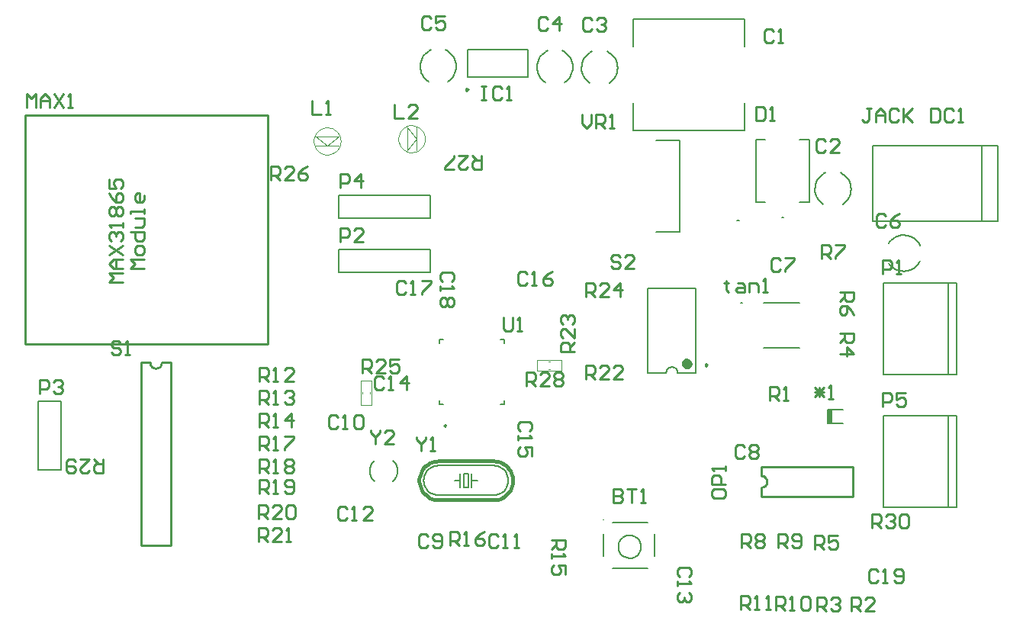
<source format=gbr>
G04*
G04 #@! TF.GenerationSoftware,Altium Limited,Altium Designer,22.4.2 (48)*
G04*
G04 Layer_Color=65535*
%FSLAX25Y25*%
%MOIN*%
G70*
G04*
G04 #@! TF.SameCoordinates,F61A7644-D23D-4A37-B683-A49046494346*
G04*
G04*
G04 #@! TF.FilePolarity,Positive*
G04*
G01*
G75*
%ADD10C,0.00787*%
%ADD11C,0.00984*%
%ADD12C,0.02362*%
%ADD13C,0.01000*%
%ADD14C,0.00600*%
%ADD15C,0.01600*%
%ADD16C,0.00400*%
%ADD17C,0.00500*%
%ADD18C,0.00700*%
%ADD19R,0.02165X0.06102*%
D10*
X185145Y83553D02*
X184555Y84144D01*
X183964Y83553D01*
X184555Y82963D01*
X185145Y83553D01*
X314347Y137246D02*
X313560D01*
X314347D01*
X286084Y106783D02*
X285893Y107740D01*
X285351Y108551D01*
X284540Y109093D01*
X283584Y109283D01*
X282627Y109093D01*
X281816Y108551D01*
X281274Y107740D01*
X281084Y106783D01*
X392004Y162286D02*
X391535Y163161D01*
X390959Y163970D01*
X390287Y164701D01*
X389527Y165341D01*
X388694Y165880D01*
X387799Y166310D01*
X386857Y166624D01*
X385882Y166817D01*
X384892Y166886D01*
X383900Y166829D01*
X382924Y166648D01*
X381978Y166346D01*
X381078Y165927D01*
X380238Y165398D01*
X379470Y164768D01*
X378789Y164046D01*
X378203Y163244D01*
Y154779D02*
X378789Y153977D01*
X379470Y153255D01*
X380238Y152625D01*
X381078Y152096D01*
X381978Y151677D01*
X382924Y151375D01*
X383900Y151194D01*
X384892Y151138D01*
X385882Y151207D01*
X386857Y151400D01*
X387799Y151714D01*
X388694Y152144D01*
X389527Y152683D01*
X390287Y153323D01*
X390959Y154053D01*
X391535Y154862D01*
X392004Y155737D01*
X161660Y59234D02*
X162384Y59988D01*
X162969Y60855D01*
X163397Y61809D01*
X163656Y62822D01*
X163738Y63864D01*
X163642Y64905D01*
X163369Y65914D01*
X162927Y66862D01*
X162331Y67721D01*
X161596Y68465D01*
X153676Y68425D02*
X152942Y67681D01*
X152345Y66823D01*
X151904Y65875D01*
X151631Y64866D01*
X151534Y63825D01*
X151616Y62783D01*
X151875Y61770D01*
X152303Y60816D01*
X152888Y59949D01*
X153612Y59195D01*
X248726Y247173D02*
X247851Y246704D01*
X247042Y246128D01*
X246311Y245456D01*
X245671Y244696D01*
X245132Y243862D01*
X244702Y242967D01*
X244388Y242025D01*
X244195Y241051D01*
X244127Y240061D01*
X244183Y239069D01*
X244364Y238093D01*
X244666Y237147D01*
X245085Y236247D01*
X245614Y235406D01*
X246244Y234639D01*
X246966Y233957D01*
X247768Y233372D01*
X256233D02*
X257035Y233957D01*
X257757Y234639D01*
X258387Y235406D01*
X258916Y236247D01*
X259335Y237147D01*
X259637Y238093D01*
X259818Y239069D01*
X259874Y240061D01*
X259805Y241051D01*
X259613Y242025D01*
X259299Y242967D01*
X258869Y243862D01*
X258329Y244696D01*
X257690Y245456D01*
X256959Y246128D01*
X256150Y246704D01*
X255275Y247173D01*
X229226Y247515D02*
X228351Y247046D01*
X227542Y246471D01*
X226811Y245798D01*
X226171Y245039D01*
X225632Y244205D01*
X225202Y243310D01*
X224888Y242368D01*
X224695Y241394D01*
X224627Y240403D01*
X224683Y239412D01*
X224864Y238436D01*
X225166Y237490D01*
X225585Y236589D01*
X226114Y235749D01*
X226744Y234982D01*
X227466Y234300D01*
X228268Y233715D01*
X236733D02*
X237535Y234300D01*
X238257Y234982D01*
X238887Y235749D01*
X239416Y236589D01*
X239835Y237490D01*
X240137Y238436D01*
X240318Y239412D01*
X240374Y240403D01*
X240305Y241394D01*
X240113Y242368D01*
X239799Y243310D01*
X239369Y244205D01*
X238829Y245039D01*
X238190Y245798D01*
X237459Y246471D01*
X236650Y247046D01*
X235775Y247515D01*
X312909Y173244D02*
X312122D01*
X312909D01*
X350726Y194173D02*
X349851Y193704D01*
X349042Y193128D01*
X348311Y192455D01*
X347671Y191696D01*
X347132Y190862D01*
X346702Y189967D01*
X346388Y189025D01*
X346195Y188051D01*
X346127Y187061D01*
X346183Y186069D01*
X346364Y185093D01*
X346666Y184147D01*
X347085Y183247D01*
X347614Y182406D01*
X348244Y181639D01*
X348966Y180957D01*
X349768Y180372D01*
X358233D02*
X359035Y180957D01*
X359757Y181639D01*
X360387Y182406D01*
X360916Y183247D01*
X361335Y184147D01*
X361637Y185093D01*
X361818Y186069D01*
X361874Y187061D01*
X361806Y188051D01*
X361613Y189025D01*
X361299Y189967D01*
X360869Y190862D01*
X360329Y191696D01*
X359690Y192455D01*
X358959Y193128D01*
X358150Y193704D01*
X357275Y194173D01*
X332394Y174539D02*
X331607D01*
X332394D01*
X178226Y247830D02*
X177351Y247361D01*
X176542Y246786D01*
X175811Y246113D01*
X175171Y245354D01*
X174632Y244520D01*
X174202Y243625D01*
X173888Y242683D01*
X173695Y241709D01*
X173626Y240718D01*
X173683Y239727D01*
X173864Y238750D01*
X174166Y237805D01*
X174585Y236904D01*
X175114Y236064D01*
X175744Y235297D01*
X176466Y234615D01*
X177268Y234029D01*
X185733D02*
X186535Y234615D01*
X187257Y235297D01*
X187887Y236064D01*
X188416Y236904D01*
X188835Y237805D01*
X189137Y238750D01*
X189318Y239727D01*
X189374Y240718D01*
X189305Y241709D01*
X189113Y242683D01*
X188799Y243625D01*
X188369Y244520D01*
X187829Y245354D01*
X187189Y246113D01*
X186459Y246786D01*
X185650Y247361D01*
X184775Y247830D01*
X194256Y235925D02*
X220634D01*
X194256Y248130D02*
X220634D01*
X194256Y235925D02*
Y248130D01*
X220634Y235925D02*
Y248130D01*
X294017Y106783D02*
Y143791D01*
X273151Y106783D02*
Y143791D01*
X286084Y106783D02*
X294017D01*
X273151D02*
X281084D01*
X273151Y143791D02*
X294017D01*
X266788Y249413D02*
Y261224D01*
X315213Y249413D02*
Y261224D01*
X266788Y212799D02*
Y224610D01*
X315213Y212799D02*
Y224610D01*
X266788Y261224D02*
X315213D01*
X266788Y212799D02*
X315213D01*
X16669Y64180D02*
Y94180D01*
X6669D02*
X16669D01*
X6669Y64180D02*
Y94180D01*
Y64180D02*
X16669D01*
X351653Y90731D02*
X358346D01*
X351653Y84629D02*
X358346D01*
X351653D02*
Y90731D01*
X138169Y174180D02*
Y184180D01*
X178169D01*
X138169Y174180D02*
X178169D01*
Y184180D01*
Y150750D02*
Y160750D01*
X138169Y150750D02*
X178169D01*
X138169Y160750D02*
X178169D01*
X138169Y150750D02*
Y160750D01*
D11*
X194552Y230512D02*
X193813Y230938D01*
Y230086D01*
X194552Y230512D01*
X299076Y110169D02*
X298338Y110595D01*
Y109743D01*
X299076Y110169D01*
D12*
X291261Y110720D02*
X290816Y111644D01*
X289817Y111872D01*
X289016Y111233D01*
Y110208D01*
X289817Y109569D01*
X290816Y109797D01*
X291261Y110720D01*
D13*
X55616Y111209D02*
X55807Y110252D01*
X56349Y109441D01*
X57160Y108899D01*
X58116Y108709D01*
X59073Y108899D01*
X59884Y109441D01*
X60426Y110252D01*
X60616Y111209D01*
X322669Y56680D02*
X323625Y56870D01*
X324436Y57412D01*
X324978Y58223D01*
X325169Y59180D01*
X324978Y60137D01*
X324436Y60948D01*
X323625Y61490D01*
X322669Y61680D01*
X1169Y219180D02*
X107169D01*
X1169Y119180D02*
Y219180D01*
Y119180D02*
X107169D01*
Y219180D01*
X51616Y31209D02*
Y111209D01*
Y31209D02*
X64616D01*
Y111209D01*
X60616D02*
X64616D01*
X51616D02*
X55616D01*
X322669Y52680D02*
X362669D01*
Y65680D01*
X322669D02*
X362669D01*
X322669Y61680D02*
Y65680D01*
Y52680D02*
Y56680D01*
X43571Y146180D02*
X37573D01*
X39572Y148179D01*
X37573Y150179D01*
X43571D01*
Y152178D02*
X39572D01*
X37573Y154177D01*
X39572Y156177D01*
X43571D01*
X40572D01*
Y152178D01*
X37573Y158176D02*
X43571Y162175D01*
X37573D02*
X43571Y158176D01*
X38572Y164174D02*
X37573Y165174D01*
Y167173D01*
X38572Y168173D01*
X39572D01*
X40572Y167173D01*
Y166174D01*
Y167173D01*
X41572Y168173D01*
X42571D01*
X43571Y167173D01*
Y165174D01*
X42571Y164174D01*
X43571Y170172D02*
Y172172D01*
Y171172D01*
X37573D01*
X38572Y170172D01*
Y175171D02*
X37573Y176170D01*
Y178170D01*
X38572Y179169D01*
X39572D01*
X40572Y178170D01*
X41572Y179169D01*
X42571D01*
X43571Y178170D01*
Y176170D01*
X42571Y175171D01*
X41572D01*
X40572Y176170D01*
X39572Y175171D01*
X38572D01*
X40572Y176170D02*
Y178170D01*
X37573Y185167D02*
X38572Y183168D01*
X40572Y181169D01*
X42571D01*
X43571Y182168D01*
Y184168D01*
X42571Y185167D01*
X41572D01*
X40572Y184168D01*
Y181169D01*
X37573Y191165D02*
Y187167D01*
X40572D01*
X39572Y189166D01*
Y190166D01*
X40572Y191165D01*
X42571D01*
X43571Y190166D01*
Y188166D01*
X42571Y187167D01*
X53169Y152178D02*
X47170D01*
X49170Y154177D01*
X47170Y156177D01*
X53169D01*
Y159176D02*
Y161175D01*
X52169Y162175D01*
X50169D01*
X49170Y161175D01*
Y159176D01*
X50169Y158176D01*
X52169D01*
X53169Y159176D01*
X47170Y168173D02*
X53169D01*
Y165174D01*
X52169Y164174D01*
X50169D01*
X49170Y165174D01*
Y168173D01*
Y170172D02*
X52169D01*
X53169Y171172D01*
Y174171D01*
X49170D01*
X53169Y176170D02*
Y178170D01*
Y177170D01*
X47170D01*
Y176170D01*
X53169Y184168D02*
Y182168D01*
X52169Y181169D01*
X50169D01*
X49170Y182168D01*
Y184168D01*
X50169Y185167D01*
X51169D01*
Y181169D01*
X34998Y69011D02*
Y63013D01*
X31999D01*
X30999Y64012D01*
Y66012D01*
X31999Y67011D01*
X34998D01*
X32998D02*
X30999Y69011D01*
X25001D02*
X29000D01*
X25001Y65012D01*
Y64012D01*
X26001Y63013D01*
X28000D01*
X29000Y64012D01*
X23002Y68011D02*
X22002Y69011D01*
X20003D01*
X19003Y68011D01*
Y64012D01*
X20003Y63013D01*
X22002D01*
X23002Y64012D01*
Y65012D01*
X22002Y66012D01*
X19003D01*
X220003Y101001D02*
Y106999D01*
X223002D01*
X224001Y105999D01*
Y104000D01*
X223002Y103000D01*
X220003D01*
X222002D02*
X224001Y101001D01*
X229999D02*
X226001D01*
X229999Y105000D01*
Y105999D01*
X229000Y106999D01*
X227000D01*
X226001Y105999D01*
X231999D02*
X232998Y106999D01*
X234998D01*
X235997Y105999D01*
Y105000D01*
X234998Y104000D01*
X235997Y103000D01*
Y102001D01*
X234998Y101001D01*
X232998D01*
X231999Y102001D01*
Y103000D01*
X232998Y104000D01*
X231999Y105000D01*
Y105999D01*
X232998Y104000D02*
X234998D01*
X375800Y92112D02*
Y98110D01*
X378799D01*
X379799Y97110D01*
Y95111D01*
X378799Y94111D01*
X375800D01*
X385797Y98110D02*
X381799D01*
Y95111D01*
X383798Y96110D01*
X384798D01*
X385797Y95111D01*
Y93111D01*
X384798Y92112D01*
X382798D01*
X381799Y93111D01*
X148500Y106612D02*
Y112610D01*
X151499D01*
X152499Y111610D01*
Y109611D01*
X151499Y108611D01*
X148500D01*
X150500D02*
X152499Y106612D01*
X158497D02*
X154499D01*
X158497Y110610D01*
Y111610D01*
X157498Y112610D01*
X155498D01*
X154499Y111610D01*
X164495Y112610D02*
X160496D01*
Y109611D01*
X162496Y110610D01*
X163496D01*
X164495Y109611D01*
Y107611D01*
X163496Y106612D01*
X161496D01*
X160496Y107611D01*
X307503Y147011D02*
Y146011D01*
X306504D01*
X308503D01*
X307503D01*
Y143012D01*
X308503Y142013D01*
X312502Y146011D02*
X314501D01*
X315501Y145012D01*
Y142013D01*
X312502D01*
X311502Y143012D01*
X312502Y144012D01*
X315501D01*
X317500Y142013D02*
Y146011D01*
X320499D01*
X321499Y145012D01*
Y142013D01*
X323498D02*
X325497D01*
X324498D01*
Y148011D01*
X323498Y147011D01*
X167502Y146011D02*
X166502Y147011D01*
X164503D01*
X163503Y146011D01*
Y142012D01*
X164503Y141013D01*
X166502D01*
X167502Y142012D01*
X169501Y141013D02*
X171500D01*
X170501D01*
Y147011D01*
X169501Y146011D01*
X174499Y147011D02*
X178498D01*
Y146011D01*
X174499Y142012D01*
Y141013D01*
X220502Y150011D02*
X219502Y151011D01*
X217502D01*
X216503Y150011D01*
Y146012D01*
X217502Y145013D01*
X219502D01*
X220502Y146012D01*
X222501Y145013D02*
X224500D01*
X223501D01*
Y151011D01*
X222501Y150011D01*
X231498Y151011D02*
X229499Y150011D01*
X227499Y148012D01*
Y146012D01*
X228499Y145013D01*
X230498D01*
X231498Y146012D01*
Y147012D01*
X230498Y148012D01*
X227499D01*
X331001Y156011D02*
X330001Y157011D01*
X328002D01*
X327002Y156011D01*
Y152012D01*
X328002Y151013D01*
X330001D01*
X331001Y152012D01*
X333000Y157011D02*
X336999D01*
Y156011D01*
X333000Y152012D01*
Y151013D01*
X315467Y74178D02*
X314468Y75178D01*
X312468D01*
X311469Y74178D01*
Y70180D01*
X312468Y69180D01*
X314468D01*
X315467Y70180D01*
X317467Y74178D02*
X318466Y75178D01*
X320466D01*
X321465Y74178D01*
Y73179D01*
X320466Y72179D01*
X321465Y71179D01*
Y70180D01*
X320466Y69180D01*
X318466D01*
X317467Y70180D01*
Y71179D01*
X318466Y72179D01*
X317467Y73179D01*
Y74178D01*
X318466Y72179D02*
X320466D01*
X152100Y81810D02*
Y80810D01*
X154100Y78811D01*
X156099Y80810D01*
Y81810D01*
X154100Y78811D02*
Y75812D01*
X162097D02*
X158098D01*
X162097Y79811D01*
Y80810D01*
X161098Y81810D01*
X159098D01*
X158098Y80810D01*
X172169Y78678D02*
Y77678D01*
X174168Y75679D01*
X176167Y77678D01*
Y78678D01*
X174168Y75679D02*
Y72680D01*
X178167D02*
X180166D01*
X179166D01*
Y78678D01*
X178167Y77678D01*
X244400Y219610D02*
Y215611D01*
X246400Y213612D01*
X248399Y215611D01*
Y219610D01*
X250398Y213612D02*
Y219610D01*
X253397D01*
X254397Y218610D01*
Y216611D01*
X253397Y215611D01*
X250398D01*
X252398D02*
X254397Y213612D01*
X256397D02*
X258396D01*
X257396D01*
Y219610D01*
X256397Y218610D01*
X210002Y131011D02*
Y126012D01*
X211001Y125013D01*
X213001D01*
X214000Y126012D01*
Y131011D01*
X216000Y125013D02*
X217999D01*
X217000D01*
Y131011D01*
X216000Y130011D01*
X261169Y157179D02*
X260169Y158179D01*
X258170D01*
X257170Y157179D01*
Y156180D01*
X258170Y155180D01*
X260169D01*
X261169Y154180D01*
Y153181D01*
X260169Y152181D01*
X258170D01*
X257170Y153181D01*
X267167Y152181D02*
X263168D01*
X267167Y156180D01*
Y157179D01*
X266167Y158179D01*
X264168D01*
X263168Y157179D01*
X42667Y119678D02*
X41668Y120678D01*
X39668D01*
X38669Y119678D01*
Y118679D01*
X39668Y117679D01*
X41668D01*
X42667Y116679D01*
Y115680D01*
X41668Y114680D01*
X39668D01*
X38669Y115680D01*
X44667Y114680D02*
X46666D01*
X45666D01*
Y120678D01*
X44667Y119678D01*
X200454Y201708D02*
Y195710D01*
X197455D01*
X196455Y196709D01*
Y198709D01*
X197455Y199708D01*
X200454D01*
X198455D02*
X196455Y201708D01*
X190457D02*
X194456D01*
X190457Y197709D01*
Y196709D01*
X191457Y195710D01*
X193456D01*
X194456Y196709D01*
X188458Y195710D02*
X184459D01*
Y196709D01*
X188458Y200708D01*
Y201708D01*
X108198Y191013D02*
Y197011D01*
X111197D01*
X112197Y196011D01*
Y194012D01*
X111197Y193012D01*
X108198D01*
X110198D02*
X112197Y191013D01*
X118195D02*
X114196D01*
X118195Y195011D01*
Y196011D01*
X117195Y197011D01*
X115196D01*
X114196Y196011D01*
X124193Y197011D02*
X122194Y196011D01*
X120194Y194012D01*
Y192012D01*
X121194Y191013D01*
X123193D01*
X124193Y192012D01*
Y193012D01*
X123193Y194012D01*
X120194D01*
X246003Y140001D02*
Y145999D01*
X249002D01*
X250001Y144999D01*
Y143000D01*
X249002Y142000D01*
X246003D01*
X248002D02*
X250001Y140001D01*
X255999D02*
X252001D01*
X255999Y144000D01*
Y144999D01*
X255000Y145999D01*
X253000D01*
X252001Y144999D01*
X260998Y140001D02*
Y145999D01*
X257999Y143000D01*
X261997D01*
X240999Y116003D02*
X235001D01*
Y119002D01*
X236001Y120001D01*
X238000D01*
X239000Y119002D01*
Y116003D01*
Y118002D02*
X240999Y120001D01*
Y125999D02*
Y122001D01*
X237000Y125999D01*
X236001D01*
X235001Y125000D01*
Y123000D01*
X236001Y122001D01*
Y127999D02*
X235001Y128998D01*
Y130998D01*
X236001Y131997D01*
X237000D01*
X238000Y130998D01*
Y129998D01*
Y130998D01*
X239000Y131997D01*
X239999D01*
X240999Y130998D01*
Y128998D01*
X239999Y127999D01*
X246003Y104001D02*
Y109999D01*
X249002D01*
X250001Y108999D01*
Y107000D01*
X249002Y106000D01*
X246003D01*
X248002D02*
X250001Y104001D01*
X255999D02*
X252001D01*
X255999Y108000D01*
Y108999D01*
X255000Y109999D01*
X253000D01*
X252001Y108999D01*
X261997Y104001D02*
X257999D01*
X261997Y108000D01*
Y108999D01*
X260998Y109999D01*
X258998D01*
X257999Y108999D01*
X103003Y33013D02*
Y39011D01*
X106002D01*
X107001Y38011D01*
Y36012D01*
X106002Y35012D01*
X103003D01*
X105002D02*
X107001Y33013D01*
X112999D02*
X109001D01*
X112999Y37011D01*
Y38011D01*
X112000Y39011D01*
X110000D01*
X109001Y38011D01*
X114999Y33013D02*
X116998D01*
X115998D01*
Y39011D01*
X114999Y38011D01*
X103003Y43013D02*
Y49011D01*
X106002D01*
X107002Y48011D01*
Y46012D01*
X106002Y45012D01*
X103003D01*
X105002D02*
X107002Y43013D01*
X113000D02*
X109001D01*
X113000Y47011D01*
Y48011D01*
X112000Y49011D01*
X110001D01*
X109001Y48011D01*
X114999D02*
X115999Y49011D01*
X117998D01*
X118998Y48011D01*
Y44012D01*
X117998Y43013D01*
X115999D01*
X114999Y44012D01*
Y48011D01*
X103503Y54013D02*
Y60011D01*
X106502D01*
X107502Y59011D01*
Y57012D01*
X106502Y56012D01*
X103503D01*
X105502D02*
X107502Y54013D01*
X109501D02*
X111500D01*
X110501D01*
Y60011D01*
X109501Y59011D01*
X114499Y55012D02*
X115499Y54013D01*
X117498D01*
X118498Y55012D01*
Y59011D01*
X117498Y60011D01*
X115499D01*
X114499Y59011D01*
Y58011D01*
X115499Y57012D01*
X118498D01*
X103503Y63013D02*
Y69011D01*
X106502D01*
X107502Y68011D01*
Y66012D01*
X106502Y65012D01*
X103503D01*
X105502D02*
X107502Y63013D01*
X109501D02*
X111500D01*
X110501D01*
Y69011D01*
X109501Y68011D01*
X114499D02*
X115499Y69011D01*
X117498D01*
X118498Y68011D01*
Y67011D01*
X117498Y66012D01*
X118498Y65012D01*
Y64012D01*
X117498Y63013D01*
X115499D01*
X114499Y64012D01*
Y65012D01*
X115499Y66012D01*
X114499Y67011D01*
Y68011D01*
X115499Y66012D02*
X117498D01*
X103503Y73013D02*
Y79011D01*
X106502D01*
X107502Y78011D01*
Y76012D01*
X106502Y75012D01*
X103503D01*
X105502D02*
X107502Y73013D01*
X109501D02*
X111500D01*
X110501D01*
Y79011D01*
X109501Y78011D01*
X114499Y79011D02*
X118498D01*
Y78011D01*
X114499Y74012D01*
Y73013D01*
X231001Y33509D02*
X237000D01*
Y30510D01*
X236000Y29511D01*
X234000D01*
X233001Y30510D01*
Y33509D01*
Y31510D02*
X231001Y29511D01*
Y27511D02*
Y25512D01*
Y26512D01*
X237000D01*
X236000Y27511D01*
X237000Y18514D02*
Y22513D01*
X234000D01*
X235000Y20514D01*
Y19514D01*
X234000Y18514D01*
X232001D01*
X231001Y19514D01*
Y21513D01*
X232001Y22513D01*
X103503Y83013D02*
Y89011D01*
X106502D01*
X107502Y88011D01*
Y86012D01*
X106502Y85012D01*
X103503D01*
X105502D02*
X107502Y83013D01*
X109501D02*
X111500D01*
X110501D01*
Y89011D01*
X109501Y88011D01*
X117498Y83013D02*
Y89011D01*
X114499Y86012D01*
X118498D01*
X103503Y93013D02*
Y99011D01*
X106502D01*
X107502Y98011D01*
Y96012D01*
X106502Y95012D01*
X103503D01*
X105502D02*
X107502Y93013D01*
X109501D02*
X111500D01*
X110501D01*
Y99011D01*
X109501Y98011D01*
X114499D02*
X115499Y99011D01*
X117498D01*
X118498Y98011D01*
Y97011D01*
X117498Y96012D01*
X116499D01*
X117498D01*
X118498Y95012D01*
Y94012D01*
X117498Y93013D01*
X115499D01*
X114499Y94012D01*
X103503Y103013D02*
Y109011D01*
X106502D01*
X107502Y108011D01*
Y106012D01*
X106502Y105012D01*
X103503D01*
X105502D02*
X107502Y103013D01*
X109501D02*
X111500D01*
X110501D01*
Y109011D01*
X109501Y108011D01*
X118498Y103013D02*
X114499D01*
X118498Y107011D01*
Y108011D01*
X117498Y109011D01*
X115499D01*
X114499Y108011D01*
X313671Y3181D02*
Y9179D01*
X316670D01*
X317670Y8179D01*
Y6180D01*
X316670Y5180D01*
X313671D01*
X315670D02*
X317670Y3181D01*
X319669D02*
X321668D01*
X320669D01*
Y9179D01*
X319669Y8179D01*
X324667Y3181D02*
X326667D01*
X325667D01*
Y9179D01*
X324667Y8179D01*
X329040Y2873D02*
Y8871D01*
X332039D01*
X333039Y7871D01*
Y5872D01*
X332039Y4872D01*
X329040D01*
X331040D02*
X333039Y2873D01*
X335038D02*
X337038D01*
X336038D01*
Y8871D01*
X335038Y7871D01*
X340037D02*
X341036Y8871D01*
X343036D01*
X344035Y7871D01*
Y3872D01*
X343036Y2873D01*
X341036D01*
X340037Y3872D01*
Y7871D01*
X330170Y30181D02*
Y36179D01*
X333169D01*
X334169Y35179D01*
Y33180D01*
X333169Y32180D01*
X330170D01*
X332170D02*
X334169Y30181D01*
X336168Y31181D02*
X337168Y30181D01*
X339167D01*
X340167Y31181D01*
Y35179D01*
X339167Y36179D01*
X337168D01*
X336168Y35179D01*
Y34180D01*
X337168Y33180D01*
X340167D01*
X314170Y30181D02*
Y36179D01*
X317169D01*
X318169Y35179D01*
Y33180D01*
X317169Y32180D01*
X314170D01*
X316170D02*
X318169Y30181D01*
X320168Y35179D02*
X321168Y36179D01*
X323167D01*
X324167Y35179D01*
Y34180D01*
X323167Y33180D01*
X324167Y32180D01*
Y31181D01*
X323167Y30181D01*
X321168D01*
X320168Y31181D01*
Y32180D01*
X321168Y33180D01*
X320168Y34180D01*
Y35179D01*
X321168Y33180D02*
X323167D01*
X349000Y156812D02*
Y162810D01*
X351999D01*
X352999Y161810D01*
Y159811D01*
X351999Y158811D01*
X349000D01*
X351000D02*
X352999Y156812D01*
X354998Y162810D02*
X358997D01*
Y161810D01*
X354998Y157811D01*
Y156812D01*
X357001Y142010D02*
X362999D01*
Y139011D01*
X362000Y138011D01*
X360000D01*
X359001Y139011D01*
Y142010D01*
Y140011D02*
X357001Y138011D01*
X362999Y132013D02*
X362000Y134013D01*
X360000Y136012D01*
X358001D01*
X357001Y135012D01*
Y133013D01*
X358001Y132013D01*
X359001D01*
X360000Y133013D01*
Y136012D01*
X346082Y29708D02*
Y35706D01*
X349081D01*
X350081Y34707D01*
Y32707D01*
X349081Y31708D01*
X346082D01*
X348081D02*
X350081Y29708D01*
X356079Y35706D02*
X352080D01*
Y32707D01*
X354079Y33707D01*
X355079D01*
X356079Y32707D01*
Y30708D01*
X355079Y29708D01*
X353080D01*
X352080Y30708D01*
X357001Y124010D02*
X362999D01*
Y121011D01*
X362000Y120011D01*
X360000D01*
X359001Y121011D01*
Y124010D01*
Y122011D02*
X357001Y120011D01*
Y115013D02*
X362999D01*
X360000Y118012D01*
Y114013D01*
X347170Y2681D02*
Y8679D01*
X350169D01*
X351169Y7679D01*
Y5680D01*
X350169Y4680D01*
X347170D01*
X349170D02*
X351169Y2681D01*
X353168Y7679D02*
X354168Y8679D01*
X356167D01*
X357167Y7679D01*
Y6680D01*
X356167Y5680D01*
X355168D01*
X356167D01*
X357167Y4680D01*
Y3681D01*
X356167Y2681D01*
X354168D01*
X353168Y3681D01*
X362053Y2753D02*
Y8751D01*
X365053D01*
X366052Y7751D01*
Y5752D01*
X365053Y4752D01*
X362053D01*
X364053D02*
X366052Y2753D01*
X372050D02*
X368052D01*
X372050Y6752D01*
Y7751D01*
X371051Y8751D01*
X369051D01*
X368052Y7751D01*
X326269Y94680D02*
Y100678D01*
X329268D01*
X330267Y99678D01*
Y97679D01*
X329268Y96679D01*
X326269D01*
X328268D02*
X330267Y94680D01*
X332267D02*
X334266D01*
X333266D01*
Y100678D01*
X332267Y99678D01*
X138800Y187612D02*
Y193610D01*
X141799D01*
X142799Y192610D01*
Y190611D01*
X141799Y189611D01*
X138800D01*
X147798Y187612D02*
Y193610D01*
X144799Y190611D01*
X148797D01*
X7300Y97612D02*
Y103610D01*
X10300D01*
X11299Y102610D01*
Y100611D01*
X10300Y99611D01*
X7300D01*
X13298Y102610D02*
X14298Y103610D01*
X16297D01*
X17297Y102610D01*
Y101611D01*
X16297Y100611D01*
X15298D01*
X16297D01*
X17297Y99611D01*
Y98611D01*
X16297Y97612D01*
X14298D01*
X13298Y98611D01*
X138769Y164134D02*
Y170132D01*
X141768D01*
X142767Y169132D01*
Y167133D01*
X141768Y166133D01*
X138769D01*
X148766Y164134D02*
X144767D01*
X148766Y168132D01*
Y169132D01*
X147766Y170132D01*
X145766D01*
X144767Y169132D01*
X375800Y150112D02*
Y156110D01*
X378799D01*
X379799Y155110D01*
Y153111D01*
X378799Y152111D01*
X375800D01*
X381799Y150112D02*
X383798D01*
X382798D01*
Y156110D01*
X381799Y155110D01*
X301001Y55013D02*
Y53014D01*
X302001Y52014D01*
X306000D01*
X306999Y53014D01*
Y55013D01*
X306000Y56013D01*
X302001D01*
X301001Y55013D01*
X306999Y58012D02*
X301001D01*
Y61011D01*
X302001Y62011D01*
X304000D01*
X305000Y61011D01*
Y58012D01*
X306999Y64010D02*
Y66009D01*
Y65010D01*
X301001D01*
X302001Y64010D01*
X1669Y222680D02*
Y228678D01*
X3668Y226679D01*
X5667Y228678D01*
Y222680D01*
X7667D02*
Y226679D01*
X9666Y228678D01*
X11665Y226679D01*
Y222680D01*
Y225679D01*
X7667D01*
X13665Y228678D02*
X17663Y222680D01*
Y228678D02*
X13665Y222680D01*
X19663D02*
X21662D01*
X20663D01*
Y228678D01*
X19663Y227678D01*
X162300Y224110D02*
Y218112D01*
X166299D01*
X172297D02*
X168298D01*
X172297Y222111D01*
Y223110D01*
X171298Y224110D01*
X169298D01*
X168298Y223110D01*
X126300Y225610D02*
Y219612D01*
X130299D01*
X132299D02*
X134298D01*
X133298D01*
Y225610D01*
X132299Y224610D01*
X370599Y222410D02*
X368600D01*
X369599D01*
Y217411D01*
X368600Y216412D01*
X367600D01*
X366600Y217411D01*
X372599Y216412D02*
Y220410D01*
X374598Y222410D01*
X376597Y220410D01*
Y216412D01*
Y219411D01*
X372599D01*
X382595Y221410D02*
X381596Y222410D01*
X379596D01*
X378596Y221410D01*
Y217411D01*
X379596Y216412D01*
X381596D01*
X382595Y217411D01*
X384595Y222410D02*
Y216412D01*
Y218411D01*
X388593Y222410D01*
X385594Y219411D01*
X388593Y216412D01*
X396591Y222410D02*
Y216412D01*
X399590D01*
X400589Y217411D01*
Y221410D01*
X399590Y222410D01*
X396591D01*
X406588Y221410D02*
X405588Y222410D01*
X403588D01*
X402589Y221410D01*
Y217411D01*
X403588Y216412D01*
X405588D01*
X406588Y217411D01*
X408587Y216412D02*
X410586D01*
X409586D01*
Y222410D01*
X408587Y221410D01*
X320300Y223110D02*
Y217112D01*
X323299D01*
X324299Y218111D01*
Y222110D01*
X323299Y223110D01*
X320300D01*
X326298Y217112D02*
X328298D01*
X327298D01*
Y223110D01*
X326298Y222110D01*
X373559Y19834D02*
X372559Y20833D01*
X370560D01*
X369560Y19834D01*
Y15835D01*
X370560Y14835D01*
X372559D01*
X373559Y15835D01*
X375558Y14835D02*
X377557D01*
X376558D01*
Y20833D01*
X375558Y19834D01*
X380556Y15835D02*
X381556Y14835D01*
X383555D01*
X384555Y15835D01*
Y19834D01*
X383555Y20833D01*
X381556D01*
X380556Y19834D01*
Y18834D01*
X381556Y17834D01*
X384555D01*
X187229Y146624D02*
X188229Y147623D01*
Y149623D01*
X187229Y150622D01*
X183230D01*
X182231Y149623D01*
Y147623D01*
X183230Y146624D01*
X182231Y144624D02*
Y142625D01*
Y143625D01*
X188229D01*
X187229Y144624D01*
Y139626D02*
X188229Y138626D01*
Y136627D01*
X187229Y135627D01*
X186229D01*
X185230Y136627D01*
X184230Y135627D01*
X183230D01*
X182231Y136627D01*
Y138626D01*
X183230Y139626D01*
X184230D01*
X185230Y138626D01*
X186229Y139626D01*
X187229D01*
X185230Y138626D02*
Y136627D01*
X221499Y81179D02*
X222498Y82179D01*
Y84178D01*
X221499Y85178D01*
X217500D01*
X216500Y84178D01*
Y82179D01*
X217500Y81179D01*
X216500Y79180D02*
Y77180D01*
Y78180D01*
X222498D01*
X221499Y79180D01*
X222498Y70183D02*
Y74181D01*
X219499D01*
X220499Y72182D01*
Y71182D01*
X219499Y70183D01*
X217500D01*
X216500Y71182D01*
Y73181D01*
X217500Y74181D01*
X157670Y104179D02*
X156670Y105179D01*
X154671D01*
X153671Y104179D01*
Y100181D01*
X154671Y99181D01*
X156670D01*
X157670Y100181D01*
X159669Y99181D02*
X161669D01*
X160669D01*
Y105179D01*
X159669Y104179D01*
X167667Y99181D02*
Y105179D01*
X164668Y102180D01*
X168666D01*
X291168Y17679D02*
X292168Y18679D01*
Y20678D01*
X291168Y21678D01*
X287169D01*
X286170Y20678D01*
Y18679D01*
X287169Y17679D01*
X286170Y15680D02*
Y13680D01*
Y14680D01*
X292168D01*
X291168Y15680D01*
Y10681D02*
X292168Y9681D01*
Y7682D01*
X291168Y6683D01*
X290168D01*
X289169Y7682D01*
Y8682D01*
Y7682D01*
X288169Y6683D01*
X287169D01*
X286170Y7682D01*
Y9681D01*
X287169Y10681D01*
X141670Y47179D02*
X140670Y48179D01*
X138671D01*
X137671Y47179D01*
Y43181D01*
X138671Y42181D01*
X140670D01*
X141670Y43181D01*
X143669Y42181D02*
X145669D01*
X144669D01*
Y48179D01*
X143669Y47179D01*
X152666Y42181D02*
X148668D01*
X152666Y46180D01*
Y47179D01*
X151667Y48179D01*
X149667D01*
X148668Y47179D01*
X207669Y35179D02*
X206670Y36179D01*
X204671D01*
X203671Y35179D01*
Y31181D01*
X204671Y30181D01*
X206670D01*
X207669Y31181D01*
X209669Y30181D02*
X211668D01*
X210669D01*
Y36179D01*
X209669Y35179D01*
X214667Y30181D02*
X216667D01*
X215667D01*
Y36179D01*
X214667Y35179D01*
X137670Y87179D02*
X136670Y88179D01*
X134671D01*
X133671Y87179D01*
Y83181D01*
X134671Y82181D01*
X136670D01*
X137670Y83181D01*
X139669Y82181D02*
X141669D01*
X140669D01*
Y88179D01*
X139669Y87179D01*
X144668D02*
X145667Y88179D01*
X147667D01*
X148666Y87179D01*
Y83181D01*
X147667Y82181D01*
X145667D01*
X144668Y83181D01*
Y87179D01*
X177169Y35179D02*
X176169Y36179D01*
X174170D01*
X173170Y35179D01*
Y31181D01*
X174170Y30181D01*
X176169D01*
X177169Y31181D01*
X179168D02*
X180168Y30181D01*
X182167D01*
X183167Y31181D01*
Y35179D01*
X182167Y36179D01*
X180168D01*
X179168Y35179D01*
Y34180D01*
X180168Y33180D01*
X183167D01*
X376899Y175310D02*
X375899Y176310D01*
X373900D01*
X372900Y175310D01*
Y171311D01*
X373900Y170312D01*
X375899D01*
X376899Y171311D01*
X382897Y176310D02*
X380898Y175310D01*
X378899Y173311D01*
Y171311D01*
X379898Y170312D01*
X381897D01*
X382897Y171311D01*
Y172311D01*
X381897Y173311D01*
X378899D01*
X178199Y261610D02*
X177199Y262610D01*
X175200D01*
X174200Y261610D01*
Y257611D01*
X175200Y256612D01*
X177199D01*
X178199Y257611D01*
X184197Y262610D02*
X180199D01*
Y259611D01*
X182198Y260611D01*
X183197D01*
X184197Y259611D01*
Y257611D01*
X183197Y256612D01*
X181198D01*
X180199Y257611D01*
X229199Y261210D02*
X228199Y262210D01*
X226200D01*
X225200Y261210D01*
Y257211D01*
X226200Y256212D01*
X228199D01*
X229199Y257211D01*
X234197Y256212D02*
Y262210D01*
X231199Y259211D01*
X235197D01*
X248699Y260910D02*
X247699Y261910D01*
X245700D01*
X244700Y260910D01*
Y256911D01*
X245700Y255912D01*
X247699D01*
X248699Y256911D01*
X250698Y260910D02*
X251698Y261910D01*
X253697D01*
X254697Y260910D01*
Y259910D01*
X253697Y258911D01*
X252698D01*
X253697D01*
X254697Y257911D01*
Y256911D01*
X253697Y255912D01*
X251698D01*
X250698Y256911D01*
X350699Y207910D02*
X349699Y208910D01*
X347700D01*
X346700Y207910D01*
Y203911D01*
X347700Y202912D01*
X349699D01*
X350699Y203911D01*
X356697Y202912D02*
X352698D01*
X356697Y206910D01*
Y207910D01*
X355697Y208910D01*
X353698D01*
X352698Y207910D01*
X328000Y256011D02*
X327001Y257011D01*
X325001D01*
X324002Y256011D01*
Y252012D01*
X325001Y251013D01*
X327001D01*
X328000Y252012D01*
X330000Y251013D02*
X331999D01*
X330999D01*
Y257011D01*
X330000Y256011D01*
X258003Y56011D02*
Y50013D01*
X261002D01*
X262001Y51012D01*
Y52012D01*
X261002Y53012D01*
X258003D01*
X261002D01*
X262001Y54011D01*
Y55011D01*
X261002Y56011D01*
X258003D01*
X264001D02*
X268000D01*
X266000D01*
Y50013D01*
X269999D02*
X271998D01*
X270999D01*
Y56011D01*
X269999Y55011D01*
X371060Y38835D02*
Y44833D01*
X374059D01*
X375059Y43834D01*
Y41834D01*
X374059Y40835D01*
X371060D01*
X373060D02*
X375059Y38835D01*
X377058Y43834D02*
X378058Y44833D01*
X380057D01*
X381057Y43834D01*
Y42834D01*
X380057Y41834D01*
X379058D01*
X380057D01*
X381057Y40835D01*
Y39835D01*
X380057Y38835D01*
X378058D01*
X377058Y39835D01*
X383056Y43834D02*
X384056Y44833D01*
X386055D01*
X387055Y43834D01*
Y39835D01*
X386055Y38835D01*
X384056D01*
X383056Y39835D01*
Y43834D01*
X186671Y31181D02*
Y37179D01*
X189670D01*
X190670Y36179D01*
Y34180D01*
X189670Y33180D01*
X186671D01*
X188671D02*
X190670Y31181D01*
X192669D02*
X194669D01*
X193669D01*
Y37179D01*
X192669Y36179D01*
X201666Y37179D02*
X199667Y36179D01*
X197668Y34180D01*
Y32181D01*
X198667Y31181D01*
X200667D01*
X201666Y32181D01*
Y33180D01*
X200667Y34180D01*
X197668D01*
X200502Y232011D02*
X202502D01*
X201502D01*
Y226013D01*
X200502D01*
X202502D01*
X209500Y231011D02*
X208500Y232011D01*
X206501D01*
X205501Y231011D01*
Y227012D01*
X206501Y226013D01*
X208500D01*
X209500Y227012D01*
X211499Y226013D02*
X213498D01*
X212499D01*
Y232011D01*
X211499Y231011D01*
X346100Y100210D02*
X350099Y96211D01*
X346100D02*
X350099Y100210D01*
X346100Y98211D02*
X350099D01*
X348100Y96211D02*
Y100210D01*
X352098Y95212D02*
X354098D01*
X353098D01*
Y101210D01*
X352098Y100210D01*
D14*
X270169Y30680D02*
X270066Y31686D01*
X269763Y32652D01*
X269272Y33536D01*
X268614Y34304D01*
X267813Y34923D01*
X266905Y35369D01*
X265926Y35622D01*
X264915Y35674D01*
X263915Y35520D01*
X262967Y35169D01*
X262108Y34634D01*
X261375Y33937D01*
X260797Y33107D01*
X260398Y32177D01*
X260194Y31186D01*
Y30174D01*
X260398Y29183D01*
X260797Y28253D01*
X261375Y27423D01*
X262108Y26726D01*
X262967Y26191D01*
X263915Y25840D01*
X264915Y25686D01*
X265926Y25738D01*
X266905Y25991D01*
X267813Y26437D01*
X268614Y27056D01*
X269272Y27824D01*
X269763Y28708D01*
X270066Y29674D01*
X270169Y30680D01*
X181669Y66180D02*
X180652Y66100D01*
X179660Y65862D01*
X178718Y65472D01*
X177848Y64939D01*
X177073Y64276D01*
X176410Y63501D01*
X175877Y62631D01*
X175487Y61689D01*
X175249Y60697D01*
X175169Y59680D01*
X175249Y58663D01*
X175487Y57671D01*
X175877Y56729D01*
X176410Y55860D01*
X177073Y55084D01*
X177848Y54421D01*
X178718Y53888D01*
X179660Y53498D01*
X180652Y53260D01*
X181669Y53180D01*
X205669D02*
X206685Y53260D01*
X207677Y53498D01*
X208620Y53888D01*
X209489Y54421D01*
X210265Y55084D01*
X210927Y55860D01*
X211460Y56729D01*
X211851Y57671D01*
X212089Y58663D01*
X212169Y59680D01*
X212089Y60697D01*
X211851Y61689D01*
X211460Y62631D01*
X210927Y63501D01*
X210265Y64276D01*
X209489Y64939D01*
X208620Y65472D01*
X207677Y65862D01*
X206685Y66100D01*
X205669Y66180D01*
X276169Y26680D02*
Y36180D01*
X257669Y41180D02*
X273069D01*
X253669Y26680D02*
Y36180D01*
X257669Y21180D02*
X273169D01*
X181669Y53180D02*
X205669D01*
X181669Y66180D02*
X205669D01*
X192669Y62680D02*
X194669D01*
Y56680D02*
Y62680D01*
X192669Y56680D02*
X194669D01*
X192669D02*
Y62680D01*
X196169Y59680D02*
Y62680D01*
Y56680D02*
Y59680D01*
X191169D02*
Y62680D01*
Y56680D02*
Y59680D01*
X196169D02*
X198669D01*
X188669D02*
X191169D01*
D15*
X181669Y68180D02*
X180682Y68123D01*
X179709Y67951D01*
X178761Y67667D01*
X177854Y67276D01*
X176998Y66782D01*
X176205Y66191D01*
X175486Y65513D01*
X174851Y64756D01*
X174308Y63930D01*
X173864Y63047D01*
X173526Y62118D01*
X173298Y61156D01*
X173183Y60174D01*
Y59186D01*
X173298Y58204D01*
X173526Y57242D01*
X173864Y56313D01*
X174308Y55430D01*
X174851Y54604D01*
X175486Y53847D01*
X176205Y53169D01*
X176998Y52578D01*
X177854Y52084D01*
X178762Y51693D01*
X179709Y51409D01*
X180682Y51237D01*
X181669Y51180D01*
X205669D02*
X206656Y51237D01*
X207629Y51409D01*
X208576Y51693D01*
X209484Y52084D01*
X210339Y52578D01*
X211132Y53169D01*
X211851Y53847D01*
X212487Y54604D01*
X213030Y55430D01*
X213474Y56313D01*
X213812Y57242D01*
X214040Y58204D01*
X214154Y59186D01*
Y60174D01*
X214040Y61156D01*
X213812Y62118D01*
X213474Y63047D01*
X213030Y63930D01*
X212487Y64756D01*
X211851Y65513D01*
X211132Y66191D01*
X210340Y66782D01*
X209484Y67276D01*
X208576Y67667D01*
X207629Y67951D01*
X206656Y68123D01*
X205669Y68180D01*
X181669Y51180D02*
X205669D01*
X181669Y68180D02*
X205669D01*
D16*
X138906Y208012D02*
X138821Y209010D01*
X138569Y209979D01*
X138156Y210892D01*
X137595Y211722D01*
X136902Y212445D01*
X136097Y213040D01*
X135202Y213491D01*
X134245Y213785D01*
X133251Y213912D01*
X132250Y213869D01*
X131271Y213658D01*
X130342Y213285D01*
X129489Y212760D01*
X128737Y212098D01*
X128108Y211319D01*
X127619Y210444D01*
X127286Y209500D01*
X127116Y208513D01*
Y207511D01*
X127286Y206524D01*
X127619Y205579D01*
X128108Y204705D01*
X128737Y203925D01*
X129489Y203264D01*
X130342Y202739D01*
X131271Y202365D01*
X132250Y202154D01*
X133251Y202112D01*
X134245Y202239D01*
X135202Y202532D01*
X136097Y202983D01*
X136902Y203579D01*
X137595Y204302D01*
X138156Y205132D01*
X138569Y206044D01*
X138821Y207014D01*
X138906Y208012D01*
X175818Y208967D02*
X175733Y209965D01*
X175481Y210935D01*
X175068Y211847D01*
X174507Y212677D01*
X173814Y213401D01*
X173009Y213996D01*
X172114Y214447D01*
X171157Y214740D01*
X170163Y214867D01*
X169162Y214825D01*
X168183Y214614D01*
X167254Y214241D01*
X166401Y213715D01*
X165649Y213054D01*
X165020Y212274D01*
X164531Y211400D01*
X164198Y210455D01*
X164028Y209468D01*
Y208467D01*
X164198Y207479D01*
X164531Y206535D01*
X165020Y205660D01*
X165649Y204881D01*
X166401Y204219D01*
X167254Y203694D01*
X168183Y203321D01*
X169162Y203110D01*
X170163Y203067D01*
X171157Y203194D01*
X172114Y203488D01*
X173009Y203939D01*
X173814Y204534D01*
X174507Y205257D01*
X175068Y206087D01*
X175481Y207000D01*
X175733Y207969D01*
X175818Y208967D01*
X229600Y111600D02*
X230400D01*
X229600Y108400D02*
X230400D01*
X224600Y107700D02*
X235300D01*
X224600D02*
Y112300D01*
X235300D01*
Y107700D02*
Y112300D01*
X151600Y97612D02*
Y98412D01*
X148400Y97612D02*
Y98412D01*
X147700Y92712D02*
Y103412D01*
X152300D01*
Y92712D02*
Y103412D01*
X147700Y92712D02*
X152300D01*
X128000Y210012D02*
X138000D01*
X128000D02*
X133000Y206012D01*
X128000D02*
X133000D01*
X138000Y210012D01*
X133000Y206012D02*
X138000D01*
X171912Y208967D02*
Y213967D01*
X167912D02*
X171912Y208967D01*
Y203967D02*
Y208967D01*
X167912Y203967D02*
X171912Y208967D01*
X167912Y203967D02*
Y213967D01*
D17*
X181995Y93002D02*
Y94537D01*
Y93002D02*
X183531D01*
X208806D02*
X210342D01*
Y94537D01*
Y119813D02*
Y121348D01*
X208806D02*
X210342D01*
X181995D02*
X183531D01*
X181995Y119813D02*
Y121348D01*
X404205Y106012D02*
Y146012D01*
X375859Y106012D02*
X404205D01*
X408142D01*
Y146012D01*
X404205D02*
X408142D01*
X375859D02*
X404205D01*
X375859Y106012D02*
Y146012D01*
Y48012D02*
Y88012D01*
X404205D01*
X408142D01*
Y48012D02*
Y88012D01*
X404205Y48012D02*
X408142D01*
X375859D02*
X404205D01*
Y88012D01*
X323580Y137344D02*
X339328D01*
X323580Y117502D02*
X339328D01*
X276728Y208205D02*
X287133D01*
Y168205D02*
Y208205D01*
X276728Y168205D02*
X287133D01*
X343615Y181478D02*
Y208545D01*
X339520Y181478D02*
X343615D01*
X339520Y208545D02*
X343615D01*
X320386Y181478D02*
Y208545D01*
X324481D01*
X320386Y181478D02*
X324481D01*
D18*
X253669Y42580D02*
X253769Y42680D01*
X419000Y173012D02*
Y206012D01*
X371500D02*
X426000D01*
X371500Y173012D02*
X426000D01*
X371500D02*
Y206012D01*
X426000Y173012D02*
Y206012D01*
D19*
X352735Y87680D02*
D03*
M02*

</source>
